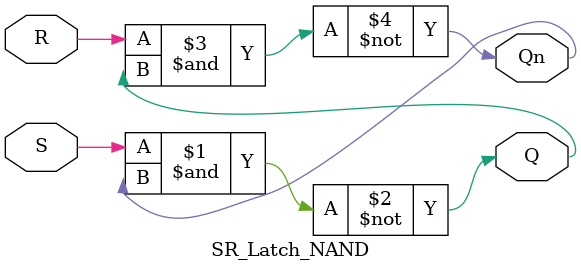
<source format=v>
module SR_Latch_NAND(S,R,Q,Qn);
 input S,R;
 output Q,Qn;

 nand gate1 (Q,S,Qn);
 nand gate2 (Qn,R,Q);

endmodule 

</source>
